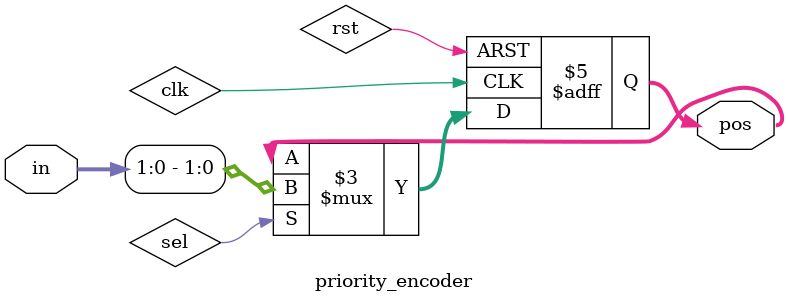
<source format=v>
module priority_encoder( 
input [2:0] in,
output reg [1:0] pos ); 
// When sel=1, assign b to out
always @(posedge clk or posedge rst)
        if(rst == 1)
            pos <= 1;
        else if (sel)
    		pos <= in;

endmodule

</source>
